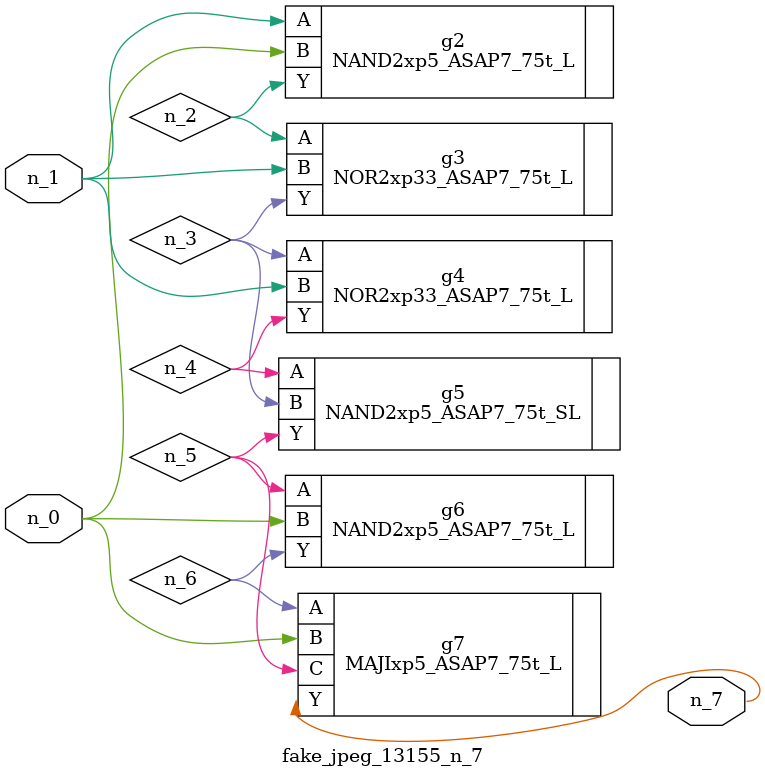
<source format=v>
module fake_jpeg_13155_n_7 (n_0, n_1, n_7);

input n_0;
input n_1;

output n_7;

wire n_3;
wire n_2;
wire n_4;
wire n_6;
wire n_5;

NAND2xp5_ASAP7_75t_L g2 ( 
.A(n_1),
.B(n_0),
.Y(n_2)
);

NOR2xp33_ASAP7_75t_L g3 ( 
.A(n_2),
.B(n_1),
.Y(n_3)
);

NOR2xp33_ASAP7_75t_L g4 ( 
.A(n_3),
.B(n_1),
.Y(n_4)
);

NAND2xp5_ASAP7_75t_SL g5 ( 
.A(n_4),
.B(n_3),
.Y(n_5)
);

NAND2xp5_ASAP7_75t_L g6 ( 
.A(n_5),
.B(n_0),
.Y(n_6)
);

MAJIxp5_ASAP7_75t_L g7 ( 
.A(n_6),
.B(n_0),
.C(n_5),
.Y(n_7)
);


endmodule
</source>
